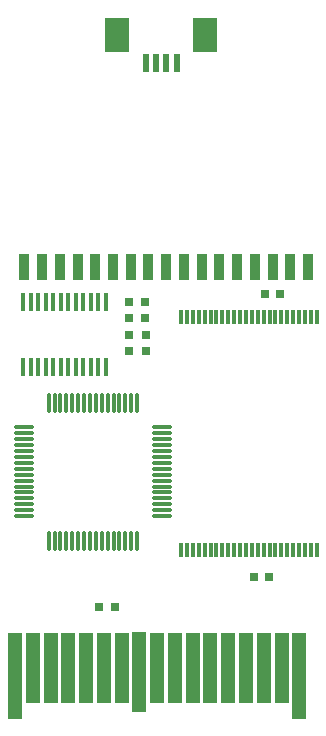
<source format=gbr>
%TF.GenerationSoftware,KiCad,Pcbnew,(6.0.2)*%
%TF.CreationDate,2022-11-02T20:30:41-05:00*%
%TF.ProjectId,REF1845B,52454631-3834-4354-922e-6b696361645f,rev?*%
%TF.SameCoordinates,Original*%
%TF.FileFunction,Paste,Top*%
%TF.FilePolarity,Positive*%
%FSLAX46Y46*%
G04 Gerber Fmt 4.6, Leading zero omitted, Abs format (unit mm)*
G04 Created by KiCad (PCBNEW (6.0.2)) date 2022-11-02 20:30:41*
%MOMM*%
%LPD*%
G01*
G04 APERTURE LIST*
G04 Aperture macros list*
%AMRoundRect*
0 Rectangle with rounded corners*
0 $1 Rounding radius*
0 $2 $3 $4 $5 $6 $7 $8 $9 X,Y pos of 4 corners*
0 Add a 4 corners polygon primitive as box body*
4,1,4,$2,$3,$4,$5,$6,$7,$8,$9,$2,$3,0*
0 Add four circle primitives for the rounded corners*
1,1,$1+$1,$2,$3*
1,1,$1+$1,$4,$5*
1,1,$1+$1,$6,$7*
1,1,$1+$1,$8,$9*
0 Add four rect primitives between the rounded corners*
20,1,$1+$1,$2,$3,$4,$5,0*
20,1,$1+$1,$4,$5,$6,$7,0*
20,1,$1+$1,$6,$7,$8,$9,0*
20,1,$1+$1,$8,$9,$2,$3,0*%
G04 Aperture macros list end*
%ADD10RoundRect,0.075000X-0.075000X-0.750000X0.075000X-0.750000X0.075000X0.750000X-0.075000X0.750000X0*%
%ADD11RoundRect,0.075000X-0.750000X-0.075000X0.750000X-0.075000X0.750000X0.075000X-0.750000X0.075000X0*%
%ADD12R,0.800000X0.800000*%
%ADD13RoundRect,0.100000X-0.100000X-0.650000X0.100000X-0.650000X0.100000X0.650000X-0.100000X0.650000X0*%
%ADD14R,0.950000X2.250000*%
%ADD15R,2.000000X3.000000*%
%ADD16R,0.550000X1.630000*%
%ADD17R,1.200000X7.250000*%
%ADD18R,1.200000X6.000000*%
%ADD19R,1.200000X6.750000*%
%ADD20R,0.300000X1.300000*%
G04 APERTURE END LIST*
D10*
%TO.C,U3*%
X141405000Y-115654000D03*
X141905000Y-115654000D03*
X142405000Y-115654000D03*
X142905000Y-115654000D03*
X143405000Y-115654000D03*
X143905000Y-115654000D03*
X144405000Y-115654000D03*
X144905000Y-115654000D03*
X145405000Y-115654000D03*
X145905000Y-115654000D03*
X146405000Y-115654000D03*
X146905000Y-115654000D03*
X147405000Y-115654000D03*
X147905000Y-115654000D03*
X148405000Y-115654000D03*
X148905000Y-115654000D03*
D11*
X150980000Y-113579000D03*
X150980000Y-113079000D03*
X150980000Y-112579000D03*
X150980000Y-112079000D03*
X150980000Y-111579000D03*
X150980000Y-111079000D03*
X150980000Y-110579000D03*
X150980000Y-110079000D03*
X150980000Y-109579000D03*
X150980000Y-109079000D03*
X150980000Y-108579000D03*
X150980000Y-108079000D03*
X150980000Y-107579000D03*
X150980000Y-107079000D03*
X150980000Y-106579000D03*
X150980000Y-106079000D03*
D10*
X148905000Y-104004000D03*
X148405000Y-104004000D03*
X147905000Y-104004000D03*
X147405000Y-104004000D03*
X146905000Y-104004000D03*
X146405000Y-104004000D03*
X145905000Y-104004000D03*
X145405000Y-104004000D03*
X144905000Y-104004000D03*
X144405000Y-104004000D03*
X143905000Y-104004000D03*
X143405000Y-104004000D03*
X142905000Y-104004000D03*
X142405000Y-104004000D03*
X141905000Y-104004000D03*
X141405000Y-104004000D03*
D11*
X139330000Y-106079000D03*
X139330000Y-106579000D03*
X139330000Y-107079000D03*
X139330000Y-107579000D03*
X139330000Y-108079000D03*
X139330000Y-108579000D03*
X139330000Y-109079000D03*
X139330000Y-109579000D03*
X139330000Y-110079000D03*
X139330000Y-110579000D03*
X139330000Y-111079000D03*
X139330000Y-111579000D03*
X139330000Y-112079000D03*
X139330000Y-112579000D03*
X139330000Y-113079000D03*
X139330000Y-113579000D03*
%TD*%
D12*
%TO.C,C1*%
X145684000Y-121273000D03*
X146993000Y-121272000D03*
%TD*%
D13*
%TO.C,U4*%
X139264000Y-100976000D03*
X139899000Y-100976000D03*
X140534000Y-100976000D03*
X141169000Y-100976000D03*
X141804000Y-100976000D03*
X142439000Y-100976000D03*
X143074000Y-100976000D03*
X143709000Y-100976000D03*
X144344000Y-100976000D03*
X144979000Y-100976000D03*
X145614000Y-100976000D03*
X146249000Y-100976000D03*
X146249000Y-95476000D03*
X145614000Y-95476000D03*
X144979000Y-95476000D03*
X144344000Y-95476000D03*
X143709000Y-95476000D03*
X143074000Y-95476000D03*
X142439000Y-95476000D03*
X141804000Y-95476000D03*
X141169000Y-95476000D03*
X140534000Y-95476000D03*
X139899000Y-95476000D03*
X139264000Y-95476000D03*
%TD*%
D12*
%TO.C,R2*%
X148218000Y-96830000D03*
X149527000Y-96829000D03*
%TD*%
%TO.C,C2*%
X148218000Y-95444000D03*
X149527000Y-95443000D03*
%TD*%
%TO.C,R3*%
X148230000Y-99562000D03*
X148229000Y-98253000D03*
%TD*%
%TO.C,C3*%
X159719000Y-94785000D03*
X161028000Y-94784000D03*
%TD*%
%TO.C,R4*%
X149653000Y-99562000D03*
X149652000Y-98253000D03*
%TD*%
D14*
%TO.C,U5*%
X163351000Y-92490000D03*
X161881000Y-92483000D03*
X160372000Y-92487000D03*
X158870000Y-92487000D03*
X157360000Y-92488000D03*
X155849000Y-92488000D03*
X154380000Y-92487000D03*
X152872000Y-92492000D03*
X151363000Y-92486000D03*
X149860000Y-92489000D03*
X148388000Y-92488000D03*
X146879000Y-92490000D03*
X145334000Y-92493000D03*
X143861000Y-92488000D03*
X142359000Y-92492000D03*
X140812000Y-92484000D03*
X139298000Y-92487000D03*
%TD*%
D12*
%TO.C,R1*%
X158759000Y-118736000D03*
X160068000Y-118735000D03*
%TD*%
D15*
%TO.C,J1*%
X147200000Y-72879000D03*
X154624000Y-72877000D03*
D16*
X149663000Y-75217000D03*
X150497000Y-75222000D03*
X151367000Y-75222000D03*
X152241000Y-75221000D03*
%TD*%
D17*
%TO.C,U1*%
X138546900Y-127090900D03*
D18*
X140088900Y-126444900D03*
X141603900Y-126452900D03*
X143062900Y-126444900D03*
X144569900Y-126451900D03*
X146132900Y-126451900D03*
X147631900Y-126451900D03*
D19*
X149058900Y-126794900D03*
D18*
X150555900Y-126459900D03*
X152118900Y-126459900D03*
X153625900Y-126451900D03*
X155100900Y-126451900D03*
X156599900Y-126451900D03*
X158098900Y-126443900D03*
X159613900Y-126451900D03*
X161128900Y-126451900D03*
D17*
X162635900Y-127084900D03*
%TD*%
D20*
%TO.C,U2*%
X152614000Y-116422000D03*
X153114000Y-116422000D03*
X153614000Y-116422000D03*
X154114000Y-116422000D03*
X154614000Y-116422000D03*
X155114000Y-116422000D03*
X155614000Y-116422000D03*
X156114000Y-116422000D03*
X156614000Y-116422000D03*
X157114000Y-116422000D03*
X157614000Y-116422000D03*
X158114000Y-116422000D03*
X158614000Y-116422000D03*
X159114000Y-116422000D03*
X159614000Y-116422000D03*
X160114000Y-116422000D03*
X160614000Y-116422000D03*
X161114000Y-116422000D03*
X161614000Y-116422000D03*
X162114000Y-116422000D03*
X162614000Y-116422000D03*
X163114000Y-116422000D03*
X163614000Y-116422000D03*
X164114000Y-116422000D03*
X164114000Y-96722000D03*
X163614000Y-96722000D03*
X163114000Y-96722000D03*
X162614000Y-96722000D03*
X162114000Y-96722000D03*
X161614000Y-96722000D03*
X161114000Y-96722000D03*
X160614000Y-96722000D03*
X160114000Y-96722000D03*
X159614000Y-96722000D03*
X159114000Y-96722000D03*
X158614000Y-96722000D03*
X158114000Y-96722000D03*
X157614000Y-96722000D03*
X157114000Y-96722000D03*
X156614000Y-96722000D03*
X156114000Y-96722000D03*
X155614000Y-96722000D03*
X155114000Y-96722000D03*
X154614000Y-96722000D03*
X154114000Y-96722000D03*
X153614000Y-96722000D03*
X153114000Y-96722000D03*
X152614000Y-96722000D03*
%TD*%
M02*

</source>
